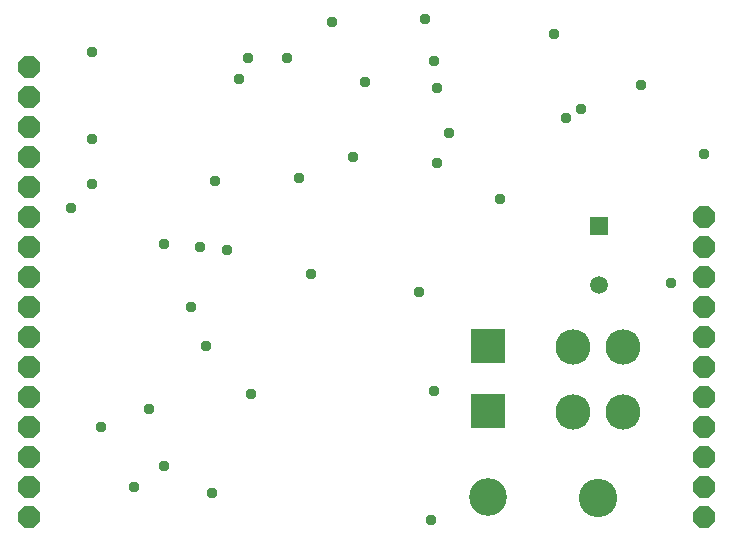
<source format=gbr>
G04 EAGLE Gerber RS-274X export*
G75*
%MOMM*%
%FSLAX34Y34*%
%LPD*%
%INSoldermask Bottom*%
%IPPOS*%
%AMOC8*
5,1,8,0,0,1.08239X$1,22.5*%
G01*
%ADD10P,1.951982X8X22.500000*%
%ADD11C,2.978200*%
%ADD12C,3.253200*%
%ADD13R,2.908300X2.908300*%
%ADD14C,3.200400*%
%ADD15R,1.511200X1.511200*%
%ADD16C,1.511200*%
%ADD17C,0.959600*%


D10*
X33020Y60960D03*
X33020Y86360D03*
X33020Y111760D03*
X33020Y137160D03*
X33020Y162560D03*
X33020Y187960D03*
X33020Y213360D03*
X33020Y238760D03*
X33020Y264160D03*
X33020Y289560D03*
X33020Y314960D03*
X33020Y340360D03*
X33020Y365760D03*
X33020Y391160D03*
X33020Y416560D03*
X33020Y441960D03*
X604520Y60960D03*
X604520Y86360D03*
X604520Y111760D03*
X604520Y137160D03*
X604520Y162560D03*
X604520Y187960D03*
X604520Y213360D03*
X604520Y238760D03*
X604520Y264160D03*
X604520Y289560D03*
X604520Y314960D03*
D11*
X535940Y149860D03*
X493940Y149860D03*
X535940Y204860D03*
X493940Y204860D03*
D12*
X514940Y76860D03*
D13*
X422008Y150546D03*
D14*
X422008Y77648D03*
D13*
X422008Y205664D03*
D15*
X515620Y307340D03*
D16*
X515620Y257340D03*
D17*
X271780Y266700D03*
X93980Y137160D03*
X261620Y347980D03*
X86360Y381000D03*
X190500Y345440D03*
X200660Y287020D03*
X86360Y342900D03*
X317500Y429260D03*
X307340Y365760D03*
X551180Y426720D03*
X121920Y86360D03*
X368300Y482600D03*
X604520Y368300D03*
X220980Y165100D03*
X378460Y360680D03*
X363220Y251460D03*
X373380Y58420D03*
X182880Y205740D03*
X187960Y81280D03*
X68580Y322580D03*
X86360Y454660D03*
X375920Y167640D03*
X210820Y431800D03*
X375920Y447040D03*
X177800Y289560D03*
X487680Y398780D03*
X170180Y238760D03*
X431800Y330200D03*
X576580Y259080D03*
X134620Y152400D03*
X147320Y292100D03*
X147320Y104140D03*
X289560Y480060D03*
X477520Y469900D03*
X500380Y406400D03*
X218440Y449580D03*
X251460Y449580D03*
X378460Y424180D03*
X388620Y386080D03*
M02*

</source>
